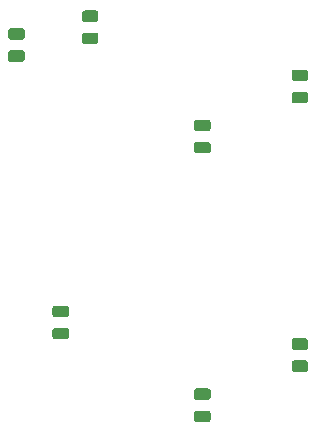
<source format=gbr>
G04 #@! TF.GenerationSoftware,KiCad,Pcbnew,5.1.5*
G04 #@! TF.CreationDate,2020-04-15T13:00:24+02:00*
G04 #@! TF.ProjectId,h_bridge,685f6272-6964-4676-952e-6b696361645f,rev?*
G04 #@! TF.SameCoordinates,Original*
G04 #@! TF.FileFunction,Paste,Bot*
G04 #@! TF.FilePolarity,Positive*
%FSLAX46Y46*%
G04 Gerber Fmt 4.6, Leading zero omitted, Abs format (unit mm)*
G04 Created by KiCad (PCBNEW 5.1.5) date 2020-04-15 13:00:24*
%MOMM*%
%LPD*%
G04 APERTURE LIST*
%ADD10C,0.100000*%
G04 APERTURE END LIST*
D10*
G36*
X120480142Y-113951174D02*
G01*
X120503803Y-113954684D01*
X120527007Y-113960496D01*
X120549529Y-113968554D01*
X120571153Y-113978782D01*
X120591670Y-113991079D01*
X120610883Y-114005329D01*
X120628607Y-114021393D01*
X120644671Y-114039117D01*
X120658921Y-114058330D01*
X120671218Y-114078847D01*
X120681446Y-114100471D01*
X120689504Y-114122993D01*
X120695316Y-114146197D01*
X120698826Y-114169858D01*
X120700000Y-114193750D01*
X120700000Y-114681250D01*
X120698826Y-114705142D01*
X120695316Y-114728803D01*
X120689504Y-114752007D01*
X120681446Y-114774529D01*
X120671218Y-114796153D01*
X120658921Y-114816670D01*
X120644671Y-114835883D01*
X120628607Y-114853607D01*
X120610883Y-114869671D01*
X120591670Y-114883921D01*
X120571153Y-114896218D01*
X120549529Y-114906446D01*
X120527007Y-114914504D01*
X120503803Y-114920316D01*
X120480142Y-114923826D01*
X120456250Y-114925000D01*
X119543750Y-114925000D01*
X119519858Y-114923826D01*
X119496197Y-114920316D01*
X119472993Y-114914504D01*
X119450471Y-114906446D01*
X119428847Y-114896218D01*
X119408330Y-114883921D01*
X119389117Y-114869671D01*
X119371393Y-114853607D01*
X119355329Y-114835883D01*
X119341079Y-114816670D01*
X119328782Y-114796153D01*
X119318554Y-114774529D01*
X119310496Y-114752007D01*
X119304684Y-114728803D01*
X119301174Y-114705142D01*
X119300000Y-114681250D01*
X119300000Y-114193750D01*
X119301174Y-114169858D01*
X119304684Y-114146197D01*
X119310496Y-114122993D01*
X119318554Y-114100471D01*
X119328782Y-114078847D01*
X119341079Y-114058330D01*
X119355329Y-114039117D01*
X119371393Y-114021393D01*
X119389117Y-114005329D01*
X119408330Y-113991079D01*
X119428847Y-113978782D01*
X119450471Y-113968554D01*
X119472993Y-113960496D01*
X119496197Y-113954684D01*
X119519858Y-113951174D01*
X119543750Y-113950000D01*
X120456250Y-113950000D01*
X120480142Y-113951174D01*
G37*
G36*
X120480142Y-112076174D02*
G01*
X120503803Y-112079684D01*
X120527007Y-112085496D01*
X120549529Y-112093554D01*
X120571153Y-112103782D01*
X120591670Y-112116079D01*
X120610883Y-112130329D01*
X120628607Y-112146393D01*
X120644671Y-112164117D01*
X120658921Y-112183330D01*
X120671218Y-112203847D01*
X120681446Y-112225471D01*
X120689504Y-112247993D01*
X120695316Y-112271197D01*
X120698826Y-112294858D01*
X120700000Y-112318750D01*
X120700000Y-112806250D01*
X120698826Y-112830142D01*
X120695316Y-112853803D01*
X120689504Y-112877007D01*
X120681446Y-112899529D01*
X120671218Y-112921153D01*
X120658921Y-112941670D01*
X120644671Y-112960883D01*
X120628607Y-112978607D01*
X120610883Y-112994671D01*
X120591670Y-113008921D01*
X120571153Y-113021218D01*
X120549529Y-113031446D01*
X120527007Y-113039504D01*
X120503803Y-113045316D01*
X120480142Y-113048826D01*
X120456250Y-113050000D01*
X119543750Y-113050000D01*
X119519858Y-113048826D01*
X119496197Y-113045316D01*
X119472993Y-113039504D01*
X119450471Y-113031446D01*
X119428847Y-113021218D01*
X119408330Y-113008921D01*
X119389117Y-112994671D01*
X119371393Y-112978607D01*
X119355329Y-112960883D01*
X119341079Y-112941670D01*
X119328782Y-112921153D01*
X119318554Y-112899529D01*
X119310496Y-112877007D01*
X119304684Y-112853803D01*
X119301174Y-112830142D01*
X119300000Y-112806250D01*
X119300000Y-112318750D01*
X119301174Y-112294858D01*
X119304684Y-112271197D01*
X119310496Y-112247993D01*
X119318554Y-112225471D01*
X119328782Y-112203847D01*
X119341079Y-112183330D01*
X119355329Y-112164117D01*
X119371393Y-112146393D01*
X119389117Y-112130329D01*
X119408330Y-112116079D01*
X119428847Y-112103782D01*
X119450471Y-112093554D01*
X119472993Y-112085496D01*
X119496197Y-112079684D01*
X119519858Y-112076174D01*
X119543750Y-112075000D01*
X120456250Y-112075000D01*
X120480142Y-112076174D01*
G37*
G36*
X126730142Y-110576174D02*
G01*
X126753803Y-110579684D01*
X126777007Y-110585496D01*
X126799529Y-110593554D01*
X126821153Y-110603782D01*
X126841670Y-110616079D01*
X126860883Y-110630329D01*
X126878607Y-110646393D01*
X126894671Y-110664117D01*
X126908921Y-110683330D01*
X126921218Y-110703847D01*
X126931446Y-110725471D01*
X126939504Y-110747993D01*
X126945316Y-110771197D01*
X126948826Y-110794858D01*
X126950000Y-110818750D01*
X126950000Y-111306250D01*
X126948826Y-111330142D01*
X126945316Y-111353803D01*
X126939504Y-111377007D01*
X126931446Y-111399529D01*
X126921218Y-111421153D01*
X126908921Y-111441670D01*
X126894671Y-111460883D01*
X126878607Y-111478607D01*
X126860883Y-111494671D01*
X126841670Y-111508921D01*
X126821153Y-111521218D01*
X126799529Y-111531446D01*
X126777007Y-111539504D01*
X126753803Y-111545316D01*
X126730142Y-111548826D01*
X126706250Y-111550000D01*
X125793750Y-111550000D01*
X125769858Y-111548826D01*
X125746197Y-111545316D01*
X125722993Y-111539504D01*
X125700471Y-111531446D01*
X125678847Y-111521218D01*
X125658330Y-111508921D01*
X125639117Y-111494671D01*
X125621393Y-111478607D01*
X125605329Y-111460883D01*
X125591079Y-111441670D01*
X125578782Y-111421153D01*
X125568554Y-111399529D01*
X125560496Y-111377007D01*
X125554684Y-111353803D01*
X125551174Y-111330142D01*
X125550000Y-111306250D01*
X125550000Y-110818750D01*
X125551174Y-110794858D01*
X125554684Y-110771197D01*
X125560496Y-110747993D01*
X125568554Y-110725471D01*
X125578782Y-110703847D01*
X125591079Y-110683330D01*
X125605329Y-110664117D01*
X125621393Y-110646393D01*
X125639117Y-110630329D01*
X125658330Y-110616079D01*
X125678847Y-110603782D01*
X125700471Y-110593554D01*
X125722993Y-110585496D01*
X125746197Y-110579684D01*
X125769858Y-110576174D01*
X125793750Y-110575000D01*
X126706250Y-110575000D01*
X126730142Y-110576174D01*
G37*
G36*
X126730142Y-112451174D02*
G01*
X126753803Y-112454684D01*
X126777007Y-112460496D01*
X126799529Y-112468554D01*
X126821153Y-112478782D01*
X126841670Y-112491079D01*
X126860883Y-112505329D01*
X126878607Y-112521393D01*
X126894671Y-112539117D01*
X126908921Y-112558330D01*
X126921218Y-112578847D01*
X126931446Y-112600471D01*
X126939504Y-112622993D01*
X126945316Y-112646197D01*
X126948826Y-112669858D01*
X126950000Y-112693750D01*
X126950000Y-113181250D01*
X126948826Y-113205142D01*
X126945316Y-113228803D01*
X126939504Y-113252007D01*
X126931446Y-113274529D01*
X126921218Y-113296153D01*
X126908921Y-113316670D01*
X126894671Y-113335883D01*
X126878607Y-113353607D01*
X126860883Y-113369671D01*
X126841670Y-113383921D01*
X126821153Y-113396218D01*
X126799529Y-113406446D01*
X126777007Y-113414504D01*
X126753803Y-113420316D01*
X126730142Y-113423826D01*
X126706250Y-113425000D01*
X125793750Y-113425000D01*
X125769858Y-113423826D01*
X125746197Y-113420316D01*
X125722993Y-113414504D01*
X125700471Y-113406446D01*
X125678847Y-113396218D01*
X125658330Y-113383921D01*
X125639117Y-113369671D01*
X125621393Y-113353607D01*
X125605329Y-113335883D01*
X125591079Y-113316670D01*
X125578782Y-113296153D01*
X125568554Y-113274529D01*
X125560496Y-113252007D01*
X125554684Y-113228803D01*
X125551174Y-113205142D01*
X125550000Y-113181250D01*
X125550000Y-112693750D01*
X125551174Y-112669858D01*
X125554684Y-112646197D01*
X125560496Y-112622993D01*
X125568554Y-112600471D01*
X125578782Y-112578847D01*
X125591079Y-112558330D01*
X125605329Y-112539117D01*
X125621393Y-112521393D01*
X125639117Y-112505329D01*
X125658330Y-112491079D01*
X125678847Y-112478782D01*
X125700471Y-112468554D01*
X125722993Y-112460496D01*
X125746197Y-112454684D01*
X125769858Y-112451174D01*
X125793750Y-112450000D01*
X126706250Y-112450000D01*
X126730142Y-112451174D01*
G37*
G36*
X124230142Y-137451174D02*
G01*
X124253803Y-137454684D01*
X124277007Y-137460496D01*
X124299529Y-137468554D01*
X124321153Y-137478782D01*
X124341670Y-137491079D01*
X124360883Y-137505329D01*
X124378607Y-137521393D01*
X124394671Y-137539117D01*
X124408921Y-137558330D01*
X124421218Y-137578847D01*
X124431446Y-137600471D01*
X124439504Y-137622993D01*
X124445316Y-137646197D01*
X124448826Y-137669858D01*
X124450000Y-137693750D01*
X124450000Y-138181250D01*
X124448826Y-138205142D01*
X124445316Y-138228803D01*
X124439504Y-138252007D01*
X124431446Y-138274529D01*
X124421218Y-138296153D01*
X124408921Y-138316670D01*
X124394671Y-138335883D01*
X124378607Y-138353607D01*
X124360883Y-138369671D01*
X124341670Y-138383921D01*
X124321153Y-138396218D01*
X124299529Y-138406446D01*
X124277007Y-138414504D01*
X124253803Y-138420316D01*
X124230142Y-138423826D01*
X124206250Y-138425000D01*
X123293750Y-138425000D01*
X123269858Y-138423826D01*
X123246197Y-138420316D01*
X123222993Y-138414504D01*
X123200471Y-138406446D01*
X123178847Y-138396218D01*
X123158330Y-138383921D01*
X123139117Y-138369671D01*
X123121393Y-138353607D01*
X123105329Y-138335883D01*
X123091079Y-138316670D01*
X123078782Y-138296153D01*
X123068554Y-138274529D01*
X123060496Y-138252007D01*
X123054684Y-138228803D01*
X123051174Y-138205142D01*
X123050000Y-138181250D01*
X123050000Y-137693750D01*
X123051174Y-137669858D01*
X123054684Y-137646197D01*
X123060496Y-137622993D01*
X123068554Y-137600471D01*
X123078782Y-137578847D01*
X123091079Y-137558330D01*
X123105329Y-137539117D01*
X123121393Y-137521393D01*
X123139117Y-137505329D01*
X123158330Y-137491079D01*
X123178847Y-137478782D01*
X123200471Y-137468554D01*
X123222993Y-137460496D01*
X123246197Y-137454684D01*
X123269858Y-137451174D01*
X123293750Y-137450000D01*
X124206250Y-137450000D01*
X124230142Y-137451174D01*
G37*
G36*
X124230142Y-135576174D02*
G01*
X124253803Y-135579684D01*
X124277007Y-135585496D01*
X124299529Y-135593554D01*
X124321153Y-135603782D01*
X124341670Y-135616079D01*
X124360883Y-135630329D01*
X124378607Y-135646393D01*
X124394671Y-135664117D01*
X124408921Y-135683330D01*
X124421218Y-135703847D01*
X124431446Y-135725471D01*
X124439504Y-135747993D01*
X124445316Y-135771197D01*
X124448826Y-135794858D01*
X124450000Y-135818750D01*
X124450000Y-136306250D01*
X124448826Y-136330142D01*
X124445316Y-136353803D01*
X124439504Y-136377007D01*
X124431446Y-136399529D01*
X124421218Y-136421153D01*
X124408921Y-136441670D01*
X124394671Y-136460883D01*
X124378607Y-136478607D01*
X124360883Y-136494671D01*
X124341670Y-136508921D01*
X124321153Y-136521218D01*
X124299529Y-136531446D01*
X124277007Y-136539504D01*
X124253803Y-136545316D01*
X124230142Y-136548826D01*
X124206250Y-136550000D01*
X123293750Y-136550000D01*
X123269858Y-136548826D01*
X123246197Y-136545316D01*
X123222993Y-136539504D01*
X123200471Y-136531446D01*
X123178847Y-136521218D01*
X123158330Y-136508921D01*
X123139117Y-136494671D01*
X123121393Y-136478607D01*
X123105329Y-136460883D01*
X123091079Y-136441670D01*
X123078782Y-136421153D01*
X123068554Y-136399529D01*
X123060496Y-136377007D01*
X123054684Y-136353803D01*
X123051174Y-136330142D01*
X123050000Y-136306250D01*
X123050000Y-135818750D01*
X123051174Y-135794858D01*
X123054684Y-135771197D01*
X123060496Y-135747993D01*
X123068554Y-135725471D01*
X123078782Y-135703847D01*
X123091079Y-135683330D01*
X123105329Y-135664117D01*
X123121393Y-135646393D01*
X123139117Y-135630329D01*
X123158330Y-135616079D01*
X123178847Y-135603782D01*
X123200471Y-135593554D01*
X123222993Y-135585496D01*
X123246197Y-135579684D01*
X123269858Y-135576174D01*
X123293750Y-135575000D01*
X124206250Y-135575000D01*
X124230142Y-135576174D01*
G37*
G36*
X136230142Y-121701174D02*
G01*
X136253803Y-121704684D01*
X136277007Y-121710496D01*
X136299529Y-121718554D01*
X136321153Y-121728782D01*
X136341670Y-121741079D01*
X136360883Y-121755329D01*
X136378607Y-121771393D01*
X136394671Y-121789117D01*
X136408921Y-121808330D01*
X136421218Y-121828847D01*
X136431446Y-121850471D01*
X136439504Y-121872993D01*
X136445316Y-121896197D01*
X136448826Y-121919858D01*
X136450000Y-121943750D01*
X136450000Y-122431250D01*
X136448826Y-122455142D01*
X136445316Y-122478803D01*
X136439504Y-122502007D01*
X136431446Y-122524529D01*
X136421218Y-122546153D01*
X136408921Y-122566670D01*
X136394671Y-122585883D01*
X136378607Y-122603607D01*
X136360883Y-122619671D01*
X136341670Y-122633921D01*
X136321153Y-122646218D01*
X136299529Y-122656446D01*
X136277007Y-122664504D01*
X136253803Y-122670316D01*
X136230142Y-122673826D01*
X136206250Y-122675000D01*
X135293750Y-122675000D01*
X135269858Y-122673826D01*
X135246197Y-122670316D01*
X135222993Y-122664504D01*
X135200471Y-122656446D01*
X135178847Y-122646218D01*
X135158330Y-122633921D01*
X135139117Y-122619671D01*
X135121393Y-122603607D01*
X135105329Y-122585883D01*
X135091079Y-122566670D01*
X135078782Y-122546153D01*
X135068554Y-122524529D01*
X135060496Y-122502007D01*
X135054684Y-122478803D01*
X135051174Y-122455142D01*
X135050000Y-122431250D01*
X135050000Y-121943750D01*
X135051174Y-121919858D01*
X135054684Y-121896197D01*
X135060496Y-121872993D01*
X135068554Y-121850471D01*
X135078782Y-121828847D01*
X135091079Y-121808330D01*
X135105329Y-121789117D01*
X135121393Y-121771393D01*
X135139117Y-121755329D01*
X135158330Y-121741079D01*
X135178847Y-121728782D01*
X135200471Y-121718554D01*
X135222993Y-121710496D01*
X135246197Y-121704684D01*
X135269858Y-121701174D01*
X135293750Y-121700000D01*
X136206250Y-121700000D01*
X136230142Y-121701174D01*
G37*
G36*
X136230142Y-119826174D02*
G01*
X136253803Y-119829684D01*
X136277007Y-119835496D01*
X136299529Y-119843554D01*
X136321153Y-119853782D01*
X136341670Y-119866079D01*
X136360883Y-119880329D01*
X136378607Y-119896393D01*
X136394671Y-119914117D01*
X136408921Y-119933330D01*
X136421218Y-119953847D01*
X136431446Y-119975471D01*
X136439504Y-119997993D01*
X136445316Y-120021197D01*
X136448826Y-120044858D01*
X136450000Y-120068750D01*
X136450000Y-120556250D01*
X136448826Y-120580142D01*
X136445316Y-120603803D01*
X136439504Y-120627007D01*
X136431446Y-120649529D01*
X136421218Y-120671153D01*
X136408921Y-120691670D01*
X136394671Y-120710883D01*
X136378607Y-120728607D01*
X136360883Y-120744671D01*
X136341670Y-120758921D01*
X136321153Y-120771218D01*
X136299529Y-120781446D01*
X136277007Y-120789504D01*
X136253803Y-120795316D01*
X136230142Y-120798826D01*
X136206250Y-120800000D01*
X135293750Y-120800000D01*
X135269858Y-120798826D01*
X135246197Y-120795316D01*
X135222993Y-120789504D01*
X135200471Y-120781446D01*
X135178847Y-120771218D01*
X135158330Y-120758921D01*
X135139117Y-120744671D01*
X135121393Y-120728607D01*
X135105329Y-120710883D01*
X135091079Y-120691670D01*
X135078782Y-120671153D01*
X135068554Y-120649529D01*
X135060496Y-120627007D01*
X135054684Y-120603803D01*
X135051174Y-120580142D01*
X135050000Y-120556250D01*
X135050000Y-120068750D01*
X135051174Y-120044858D01*
X135054684Y-120021197D01*
X135060496Y-119997993D01*
X135068554Y-119975471D01*
X135078782Y-119953847D01*
X135091079Y-119933330D01*
X135105329Y-119914117D01*
X135121393Y-119896393D01*
X135139117Y-119880329D01*
X135158330Y-119866079D01*
X135178847Y-119853782D01*
X135200471Y-119843554D01*
X135222993Y-119835496D01*
X135246197Y-119829684D01*
X135269858Y-119826174D01*
X135293750Y-119825000D01*
X136206250Y-119825000D01*
X136230142Y-119826174D01*
G37*
G36*
X136230142Y-144451174D02*
G01*
X136253803Y-144454684D01*
X136277007Y-144460496D01*
X136299529Y-144468554D01*
X136321153Y-144478782D01*
X136341670Y-144491079D01*
X136360883Y-144505329D01*
X136378607Y-144521393D01*
X136394671Y-144539117D01*
X136408921Y-144558330D01*
X136421218Y-144578847D01*
X136431446Y-144600471D01*
X136439504Y-144622993D01*
X136445316Y-144646197D01*
X136448826Y-144669858D01*
X136450000Y-144693750D01*
X136450000Y-145181250D01*
X136448826Y-145205142D01*
X136445316Y-145228803D01*
X136439504Y-145252007D01*
X136431446Y-145274529D01*
X136421218Y-145296153D01*
X136408921Y-145316670D01*
X136394671Y-145335883D01*
X136378607Y-145353607D01*
X136360883Y-145369671D01*
X136341670Y-145383921D01*
X136321153Y-145396218D01*
X136299529Y-145406446D01*
X136277007Y-145414504D01*
X136253803Y-145420316D01*
X136230142Y-145423826D01*
X136206250Y-145425000D01*
X135293750Y-145425000D01*
X135269858Y-145423826D01*
X135246197Y-145420316D01*
X135222993Y-145414504D01*
X135200471Y-145406446D01*
X135178847Y-145396218D01*
X135158330Y-145383921D01*
X135139117Y-145369671D01*
X135121393Y-145353607D01*
X135105329Y-145335883D01*
X135091079Y-145316670D01*
X135078782Y-145296153D01*
X135068554Y-145274529D01*
X135060496Y-145252007D01*
X135054684Y-145228803D01*
X135051174Y-145205142D01*
X135050000Y-145181250D01*
X135050000Y-144693750D01*
X135051174Y-144669858D01*
X135054684Y-144646197D01*
X135060496Y-144622993D01*
X135068554Y-144600471D01*
X135078782Y-144578847D01*
X135091079Y-144558330D01*
X135105329Y-144539117D01*
X135121393Y-144521393D01*
X135139117Y-144505329D01*
X135158330Y-144491079D01*
X135178847Y-144478782D01*
X135200471Y-144468554D01*
X135222993Y-144460496D01*
X135246197Y-144454684D01*
X135269858Y-144451174D01*
X135293750Y-144450000D01*
X136206250Y-144450000D01*
X136230142Y-144451174D01*
G37*
G36*
X136230142Y-142576174D02*
G01*
X136253803Y-142579684D01*
X136277007Y-142585496D01*
X136299529Y-142593554D01*
X136321153Y-142603782D01*
X136341670Y-142616079D01*
X136360883Y-142630329D01*
X136378607Y-142646393D01*
X136394671Y-142664117D01*
X136408921Y-142683330D01*
X136421218Y-142703847D01*
X136431446Y-142725471D01*
X136439504Y-142747993D01*
X136445316Y-142771197D01*
X136448826Y-142794858D01*
X136450000Y-142818750D01*
X136450000Y-143306250D01*
X136448826Y-143330142D01*
X136445316Y-143353803D01*
X136439504Y-143377007D01*
X136431446Y-143399529D01*
X136421218Y-143421153D01*
X136408921Y-143441670D01*
X136394671Y-143460883D01*
X136378607Y-143478607D01*
X136360883Y-143494671D01*
X136341670Y-143508921D01*
X136321153Y-143521218D01*
X136299529Y-143531446D01*
X136277007Y-143539504D01*
X136253803Y-143545316D01*
X136230142Y-143548826D01*
X136206250Y-143550000D01*
X135293750Y-143550000D01*
X135269858Y-143548826D01*
X135246197Y-143545316D01*
X135222993Y-143539504D01*
X135200471Y-143531446D01*
X135178847Y-143521218D01*
X135158330Y-143508921D01*
X135139117Y-143494671D01*
X135121393Y-143478607D01*
X135105329Y-143460883D01*
X135091079Y-143441670D01*
X135078782Y-143421153D01*
X135068554Y-143399529D01*
X135060496Y-143377007D01*
X135054684Y-143353803D01*
X135051174Y-143330142D01*
X135050000Y-143306250D01*
X135050000Y-142818750D01*
X135051174Y-142794858D01*
X135054684Y-142771197D01*
X135060496Y-142747993D01*
X135068554Y-142725471D01*
X135078782Y-142703847D01*
X135091079Y-142683330D01*
X135105329Y-142664117D01*
X135121393Y-142646393D01*
X135139117Y-142630329D01*
X135158330Y-142616079D01*
X135178847Y-142603782D01*
X135200471Y-142593554D01*
X135222993Y-142585496D01*
X135246197Y-142579684D01*
X135269858Y-142576174D01*
X135293750Y-142575000D01*
X136206250Y-142575000D01*
X136230142Y-142576174D01*
G37*
G36*
X144480142Y-117451174D02*
G01*
X144503803Y-117454684D01*
X144527007Y-117460496D01*
X144549529Y-117468554D01*
X144571153Y-117478782D01*
X144591670Y-117491079D01*
X144610883Y-117505329D01*
X144628607Y-117521393D01*
X144644671Y-117539117D01*
X144658921Y-117558330D01*
X144671218Y-117578847D01*
X144681446Y-117600471D01*
X144689504Y-117622993D01*
X144695316Y-117646197D01*
X144698826Y-117669858D01*
X144700000Y-117693750D01*
X144700000Y-118181250D01*
X144698826Y-118205142D01*
X144695316Y-118228803D01*
X144689504Y-118252007D01*
X144681446Y-118274529D01*
X144671218Y-118296153D01*
X144658921Y-118316670D01*
X144644671Y-118335883D01*
X144628607Y-118353607D01*
X144610883Y-118369671D01*
X144591670Y-118383921D01*
X144571153Y-118396218D01*
X144549529Y-118406446D01*
X144527007Y-118414504D01*
X144503803Y-118420316D01*
X144480142Y-118423826D01*
X144456250Y-118425000D01*
X143543750Y-118425000D01*
X143519858Y-118423826D01*
X143496197Y-118420316D01*
X143472993Y-118414504D01*
X143450471Y-118406446D01*
X143428847Y-118396218D01*
X143408330Y-118383921D01*
X143389117Y-118369671D01*
X143371393Y-118353607D01*
X143355329Y-118335883D01*
X143341079Y-118316670D01*
X143328782Y-118296153D01*
X143318554Y-118274529D01*
X143310496Y-118252007D01*
X143304684Y-118228803D01*
X143301174Y-118205142D01*
X143300000Y-118181250D01*
X143300000Y-117693750D01*
X143301174Y-117669858D01*
X143304684Y-117646197D01*
X143310496Y-117622993D01*
X143318554Y-117600471D01*
X143328782Y-117578847D01*
X143341079Y-117558330D01*
X143355329Y-117539117D01*
X143371393Y-117521393D01*
X143389117Y-117505329D01*
X143408330Y-117491079D01*
X143428847Y-117478782D01*
X143450471Y-117468554D01*
X143472993Y-117460496D01*
X143496197Y-117454684D01*
X143519858Y-117451174D01*
X143543750Y-117450000D01*
X144456250Y-117450000D01*
X144480142Y-117451174D01*
G37*
G36*
X144480142Y-115576174D02*
G01*
X144503803Y-115579684D01*
X144527007Y-115585496D01*
X144549529Y-115593554D01*
X144571153Y-115603782D01*
X144591670Y-115616079D01*
X144610883Y-115630329D01*
X144628607Y-115646393D01*
X144644671Y-115664117D01*
X144658921Y-115683330D01*
X144671218Y-115703847D01*
X144681446Y-115725471D01*
X144689504Y-115747993D01*
X144695316Y-115771197D01*
X144698826Y-115794858D01*
X144700000Y-115818750D01*
X144700000Y-116306250D01*
X144698826Y-116330142D01*
X144695316Y-116353803D01*
X144689504Y-116377007D01*
X144681446Y-116399529D01*
X144671218Y-116421153D01*
X144658921Y-116441670D01*
X144644671Y-116460883D01*
X144628607Y-116478607D01*
X144610883Y-116494671D01*
X144591670Y-116508921D01*
X144571153Y-116521218D01*
X144549529Y-116531446D01*
X144527007Y-116539504D01*
X144503803Y-116545316D01*
X144480142Y-116548826D01*
X144456250Y-116550000D01*
X143543750Y-116550000D01*
X143519858Y-116548826D01*
X143496197Y-116545316D01*
X143472993Y-116539504D01*
X143450471Y-116531446D01*
X143428847Y-116521218D01*
X143408330Y-116508921D01*
X143389117Y-116494671D01*
X143371393Y-116478607D01*
X143355329Y-116460883D01*
X143341079Y-116441670D01*
X143328782Y-116421153D01*
X143318554Y-116399529D01*
X143310496Y-116377007D01*
X143304684Y-116353803D01*
X143301174Y-116330142D01*
X143300000Y-116306250D01*
X143300000Y-115818750D01*
X143301174Y-115794858D01*
X143304684Y-115771197D01*
X143310496Y-115747993D01*
X143318554Y-115725471D01*
X143328782Y-115703847D01*
X143341079Y-115683330D01*
X143355329Y-115664117D01*
X143371393Y-115646393D01*
X143389117Y-115630329D01*
X143408330Y-115616079D01*
X143428847Y-115603782D01*
X143450471Y-115593554D01*
X143472993Y-115585496D01*
X143496197Y-115579684D01*
X143519858Y-115576174D01*
X143543750Y-115575000D01*
X144456250Y-115575000D01*
X144480142Y-115576174D01*
G37*
G36*
X144480142Y-140201174D02*
G01*
X144503803Y-140204684D01*
X144527007Y-140210496D01*
X144549529Y-140218554D01*
X144571153Y-140228782D01*
X144591670Y-140241079D01*
X144610883Y-140255329D01*
X144628607Y-140271393D01*
X144644671Y-140289117D01*
X144658921Y-140308330D01*
X144671218Y-140328847D01*
X144681446Y-140350471D01*
X144689504Y-140372993D01*
X144695316Y-140396197D01*
X144698826Y-140419858D01*
X144700000Y-140443750D01*
X144700000Y-140931250D01*
X144698826Y-140955142D01*
X144695316Y-140978803D01*
X144689504Y-141002007D01*
X144681446Y-141024529D01*
X144671218Y-141046153D01*
X144658921Y-141066670D01*
X144644671Y-141085883D01*
X144628607Y-141103607D01*
X144610883Y-141119671D01*
X144591670Y-141133921D01*
X144571153Y-141146218D01*
X144549529Y-141156446D01*
X144527007Y-141164504D01*
X144503803Y-141170316D01*
X144480142Y-141173826D01*
X144456250Y-141175000D01*
X143543750Y-141175000D01*
X143519858Y-141173826D01*
X143496197Y-141170316D01*
X143472993Y-141164504D01*
X143450471Y-141156446D01*
X143428847Y-141146218D01*
X143408330Y-141133921D01*
X143389117Y-141119671D01*
X143371393Y-141103607D01*
X143355329Y-141085883D01*
X143341079Y-141066670D01*
X143328782Y-141046153D01*
X143318554Y-141024529D01*
X143310496Y-141002007D01*
X143304684Y-140978803D01*
X143301174Y-140955142D01*
X143300000Y-140931250D01*
X143300000Y-140443750D01*
X143301174Y-140419858D01*
X143304684Y-140396197D01*
X143310496Y-140372993D01*
X143318554Y-140350471D01*
X143328782Y-140328847D01*
X143341079Y-140308330D01*
X143355329Y-140289117D01*
X143371393Y-140271393D01*
X143389117Y-140255329D01*
X143408330Y-140241079D01*
X143428847Y-140228782D01*
X143450471Y-140218554D01*
X143472993Y-140210496D01*
X143496197Y-140204684D01*
X143519858Y-140201174D01*
X143543750Y-140200000D01*
X144456250Y-140200000D01*
X144480142Y-140201174D01*
G37*
G36*
X144480142Y-138326174D02*
G01*
X144503803Y-138329684D01*
X144527007Y-138335496D01*
X144549529Y-138343554D01*
X144571153Y-138353782D01*
X144591670Y-138366079D01*
X144610883Y-138380329D01*
X144628607Y-138396393D01*
X144644671Y-138414117D01*
X144658921Y-138433330D01*
X144671218Y-138453847D01*
X144681446Y-138475471D01*
X144689504Y-138497993D01*
X144695316Y-138521197D01*
X144698826Y-138544858D01*
X144700000Y-138568750D01*
X144700000Y-139056250D01*
X144698826Y-139080142D01*
X144695316Y-139103803D01*
X144689504Y-139127007D01*
X144681446Y-139149529D01*
X144671218Y-139171153D01*
X144658921Y-139191670D01*
X144644671Y-139210883D01*
X144628607Y-139228607D01*
X144610883Y-139244671D01*
X144591670Y-139258921D01*
X144571153Y-139271218D01*
X144549529Y-139281446D01*
X144527007Y-139289504D01*
X144503803Y-139295316D01*
X144480142Y-139298826D01*
X144456250Y-139300000D01*
X143543750Y-139300000D01*
X143519858Y-139298826D01*
X143496197Y-139295316D01*
X143472993Y-139289504D01*
X143450471Y-139281446D01*
X143428847Y-139271218D01*
X143408330Y-139258921D01*
X143389117Y-139244671D01*
X143371393Y-139228607D01*
X143355329Y-139210883D01*
X143341079Y-139191670D01*
X143328782Y-139171153D01*
X143318554Y-139149529D01*
X143310496Y-139127007D01*
X143304684Y-139103803D01*
X143301174Y-139080142D01*
X143300000Y-139056250D01*
X143300000Y-138568750D01*
X143301174Y-138544858D01*
X143304684Y-138521197D01*
X143310496Y-138497993D01*
X143318554Y-138475471D01*
X143328782Y-138453847D01*
X143341079Y-138433330D01*
X143355329Y-138414117D01*
X143371393Y-138396393D01*
X143389117Y-138380329D01*
X143408330Y-138366079D01*
X143428847Y-138353782D01*
X143450471Y-138343554D01*
X143472993Y-138335496D01*
X143496197Y-138329684D01*
X143519858Y-138326174D01*
X143543750Y-138325000D01*
X144456250Y-138325000D01*
X144480142Y-138326174D01*
G37*
M02*

</source>
